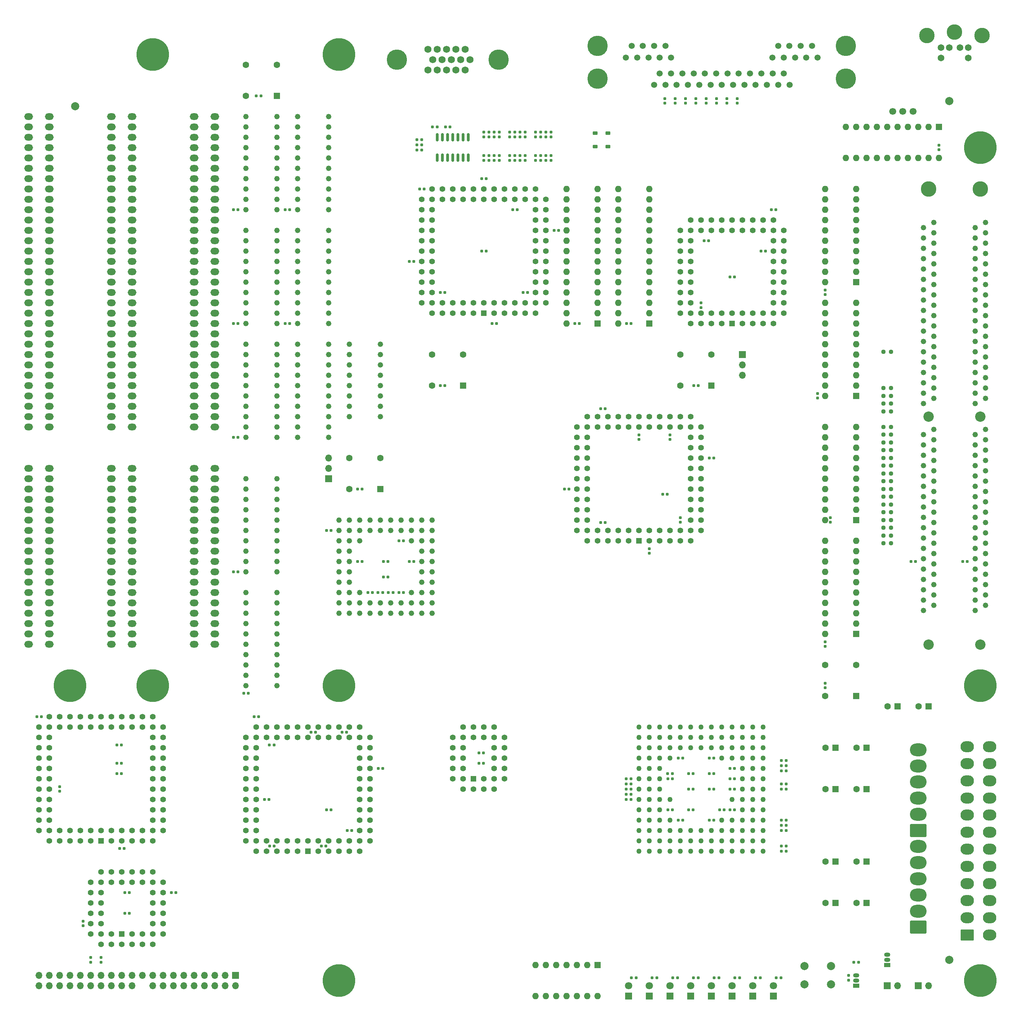
<source format=gbr>
%TF.GenerationSoftware,KiCad,Pcbnew,(7.0.0)*%
%TF.CreationDate,2023-03-30T16:00:28-05:00*%
%TF.ProjectId,Wrap030-ITX,57726170-3033-4302-9d49-54582e6b6963,1*%
%TF.SameCoordinates,Original*%
%TF.FileFunction,Soldermask,Bot*%
%TF.FilePolarity,Negative*%
%FSLAX46Y46*%
G04 Gerber Fmt 4.6, Leading zero omitted, Abs format (unit mm)*
G04 Created by KiCad (PCBNEW (7.0.0)) date 2023-03-30 16:00:28*
%MOMM*%
%LPD*%
G01*
G04 APERTURE LIST*
G04 Aperture macros list*
%AMRoundRect*
0 Rectangle with rounded corners*
0 $1 Rounding radius*
0 $2 $3 $4 $5 $6 $7 $8 $9 X,Y pos of 4 corners*
0 Add a 4 corners polygon primitive as box body*
4,1,4,$2,$3,$4,$5,$6,$7,$8,$9,$2,$3,0*
0 Add four circle primitives for the rounded corners*
1,1,$1+$1,$2,$3*
1,1,$1+$1,$4,$5*
1,1,$1+$1,$6,$7*
1,1,$1+$1,$8,$9*
0 Add four rect primitives between the rounded corners*
20,1,$1+$1,$2,$3,$4,$5,0*
20,1,$1+$1,$4,$5,$6,$7,0*
20,1,$1+$1,$6,$7,$8,$9,0*
20,1,$1+$1,$8,$9,$2,$3,0*%
G04 Aperture macros list end*
%ADD10RoundRect,0.225000X-0.375000X0.225000X-0.375000X-0.225000X0.375000X-0.225000X0.375000X0.225000X0*%
%ADD11RoundRect,0.160000X-0.197500X-0.160000X0.197500X-0.160000X0.197500X0.160000X-0.197500X0.160000X0*%
%ADD12C,1.270000*%
%ADD13RoundRect,0.160000X0.197500X0.160000X-0.197500X0.160000X-0.197500X-0.160000X0.197500X-0.160000X0*%
%ADD14RoundRect,0.160000X-0.160000X0.197500X-0.160000X-0.197500X0.160000X-0.197500X0.160000X0.197500X0*%
%ADD15RoundRect,0.160000X0.160000X-0.197500X0.160000X0.197500X-0.160000X0.197500X-0.160000X-0.197500X0*%
%ADD16RoundRect,0.237500X-0.250000X-0.237500X0.250000X-0.237500X0.250000X0.237500X-0.250000X0.237500X0*%
%ADD17R,1.600000X1.600000*%
%ADD18O,1.600000X1.600000*%
%ADD19C,3.810000*%
%ADD20C,2.540000*%
%ADD21C,1.320800*%
%ADD22C,1.651000*%
%ADD23C,0.900000*%
%ADD24C,8.000000*%
%ADD25R,1.500000X1.050000*%
%ADD26O,1.500000X1.050000*%
%ADD27C,1.600000*%
%ADD28C,1.700000*%
%ADD29R,1.422400X1.422400*%
%ADD30C,1.422400*%
%ADD31O,2.159000X1.651000*%
%ADD32R,1.800000X1.800000*%
%ADD33C,1.800000*%
%ADD34C,2.000000*%
%ADD35RoundRect,0.250000X1.800000X-1.330000X1.800000X1.330000X-1.800000X1.330000X-1.800000X-1.330000X0*%
%ADD36O,4.100000X3.160000*%
%ADD37R,1.700000X1.700000*%
%ADD38O,1.700000X1.700000*%
%ADD39RoundRect,0.250001X1.399999X-1.099999X1.399999X1.099999X-1.399999X1.099999X-1.399999X-1.099999X0*%
%ADD40O,3.300000X2.700000*%
%ADD41C,5.000000*%
%ADD42C,1.750000*%
%ADD43C,1.500000*%
%ADD44RoundRect,0.155000X0.212500X0.155000X-0.212500X0.155000X-0.212500X-0.155000X0.212500X-0.155000X0*%
%ADD45RoundRect,0.155000X-0.212500X-0.155000X0.212500X-0.155000X0.212500X0.155000X-0.212500X0.155000X0*%
%ADD46RoundRect,0.155000X0.155000X-0.212500X0.155000X0.212500X-0.155000X0.212500X-0.155000X-0.212500X0*%
%ADD47RoundRect,0.155000X-0.155000X0.212500X-0.155000X-0.212500X0.155000X-0.212500X0.155000X0.212500X0*%
%ADD48RoundRect,0.150000X-0.150000X0.825000X-0.150000X-0.825000X0.150000X-0.825000X0.150000X0.825000X0*%
G04 APERTURE END LIST*
D10*
%TO.C,D10*%
X172085000Y-51055000D03*
X172085000Y-54355000D03*
%TD*%
%TO.C,D9*%
X175259999Y-51055000D03*
X175259999Y-54355000D03*
%TD*%
D11*
%TO.C,R14*%
X217842500Y-205105000D03*
X219037500Y-205105000D03*
%TD*%
D12*
%TO.C,CPU1*%
X213360000Y-227330000D03*
X210820000Y-227330000D03*
X208280000Y-227330000D03*
X205740000Y-227330000D03*
X203200000Y-227330000D03*
X200660000Y-227330000D03*
X198120000Y-227330000D03*
X195580000Y-227330000D03*
X193040000Y-227330000D03*
X190500000Y-227330000D03*
X187960000Y-227330000D03*
X185420000Y-227330000D03*
X182880000Y-227330000D03*
X213360000Y-224790000D03*
X210820000Y-224790000D03*
X208280000Y-224790000D03*
X205740000Y-224790000D03*
X203200000Y-224790000D03*
X200660000Y-224790000D03*
X198120000Y-224790000D03*
X195580000Y-224790000D03*
X193040000Y-224790000D03*
X190500000Y-224790000D03*
X187960000Y-224790000D03*
X185420000Y-224790000D03*
X182880000Y-224790000D03*
X213360000Y-222250000D03*
X210820000Y-222250000D03*
X208280000Y-222250000D03*
X205740000Y-222250000D03*
X203200000Y-222250000D03*
X200660000Y-222250000D03*
X198120000Y-222250000D03*
X195580000Y-222250000D03*
X193040000Y-222250000D03*
X190500000Y-222250000D03*
X187960000Y-222250000D03*
X185420000Y-222250000D03*
X182880000Y-222250000D03*
X213360000Y-219710000D03*
X210820000Y-219710000D03*
X208280000Y-219710000D03*
X205740000Y-219710000D03*
X203200000Y-219710000D03*
X190500000Y-219710000D03*
X187960000Y-219710000D03*
X185420000Y-219710000D03*
X182880000Y-219710000D03*
X213360000Y-217170000D03*
X210820000Y-217170000D03*
X208280000Y-217170000D03*
X187960000Y-217170000D03*
X185420000Y-217170000D03*
X182880000Y-217170000D03*
X213360000Y-214630000D03*
X210820000Y-214630000D03*
X208280000Y-214630000D03*
X205740000Y-214630000D03*
X190500000Y-214630000D03*
X187960000Y-214630000D03*
X185420000Y-214630000D03*
X182880000Y-214630000D03*
X213360000Y-212090000D03*
X210820000Y-212090000D03*
X208280000Y-212090000D03*
X187960000Y-212090000D03*
X185420000Y-212090000D03*
X182880000Y-212090000D03*
X213360000Y-209550000D03*
X210820000Y-209550000D03*
X208280000Y-209550000D03*
X187960000Y-209550000D03*
X185420000Y-209550000D03*
X182880000Y-209550000D03*
X213360000Y-207010000D03*
X210820000Y-207010000D03*
X208280000Y-207010000D03*
X187960000Y-207010000D03*
X185420000Y-207010000D03*
X182880000Y-207010000D03*
X213360000Y-204470000D03*
X210820000Y-204470000D03*
X208280000Y-204470000D03*
X205740000Y-204470000D03*
X203200000Y-204470000D03*
X190500000Y-204470000D03*
X187960000Y-204470000D03*
X185420000Y-204470000D03*
X182880000Y-204470000D03*
X213360000Y-201930000D03*
X210820000Y-201930000D03*
X208280000Y-201930000D03*
X205740000Y-201930000D03*
X203200000Y-201930000D03*
X200660000Y-201930000D03*
X198120000Y-201930000D03*
X195580000Y-201930000D03*
X193040000Y-201930000D03*
X190500000Y-201930000D03*
X187960000Y-201930000D03*
X185420000Y-201930000D03*
X182880000Y-201930000D03*
X213360000Y-199390000D03*
X210820000Y-199390000D03*
X208280000Y-199390000D03*
X205740000Y-199390000D03*
X203200000Y-199390000D03*
X200660000Y-199390000D03*
X198120000Y-199390000D03*
X195580000Y-199390000D03*
X193040000Y-199390000D03*
X190500000Y-199390000D03*
X187960000Y-199390000D03*
X185420000Y-199390000D03*
X182880000Y-199390000D03*
X213360000Y-196850000D03*
X210820000Y-196850000D03*
X208280000Y-196850000D03*
X205740000Y-196850000D03*
X203200000Y-196850000D03*
X200660000Y-196850000D03*
X198120000Y-196850000D03*
X195580000Y-196850000D03*
X193040000Y-196850000D03*
X190500000Y-196850000D03*
X187960000Y-196850000D03*
X185420000Y-196850000D03*
X182880000Y-196850000D03*
%TD*%
D13*
%TO.C,R79*%
X133312500Y-49530000D03*
X132117500Y-49530000D03*
%TD*%
%TO.C,R78*%
X129502500Y-52705000D03*
X128307500Y-52705000D03*
%TD*%
%TO.C,R77*%
X129502500Y-53975000D03*
X128307500Y-53975000D03*
%TD*%
%TO.C,R76*%
X129502500Y-55245000D03*
X128307500Y-55245000D03*
%TD*%
D14*
%TO.C,R75*%
X161290000Y-50837500D03*
X161290000Y-52032500D03*
%TD*%
%TO.C,R74*%
X160020000Y-50837500D03*
X160020000Y-52032500D03*
%TD*%
%TO.C,R73*%
X158750000Y-50837500D03*
X158750000Y-52032500D03*
%TD*%
%TO.C,R72*%
X157480000Y-50837500D03*
X157480000Y-52032500D03*
%TD*%
D15*
%TO.C,R71*%
X161290000Y-56552500D03*
X161290000Y-57747500D03*
%TD*%
%TO.C,R70*%
X160020000Y-56552500D03*
X160020000Y-57747500D03*
%TD*%
%TO.C,R69*%
X158750000Y-56552500D03*
X158750000Y-57747500D03*
%TD*%
%TO.C,R68*%
X157480000Y-56552500D03*
X157480000Y-57747500D03*
%TD*%
D14*
%TO.C,R67*%
X154940000Y-50837500D03*
X154940000Y-52032500D03*
%TD*%
%TO.C,R66*%
X153670000Y-50837500D03*
X153670000Y-52032500D03*
%TD*%
%TO.C,R65*%
X152400001Y-50837500D03*
X152400001Y-52032500D03*
%TD*%
%TO.C,R64*%
X151130000Y-50837500D03*
X151130000Y-52032500D03*
%TD*%
D15*
%TO.C,R63*%
X154940000Y-56552500D03*
X154940000Y-57747500D03*
%TD*%
%TO.C,R62*%
X153670000Y-56552500D03*
X153670000Y-57747500D03*
%TD*%
%TO.C,R61*%
X152400000Y-56552500D03*
X152400000Y-57747500D03*
%TD*%
%TO.C,R60*%
X151130000Y-56552500D03*
X151130000Y-57747500D03*
%TD*%
D14*
%TO.C,R59*%
X148590001Y-50837500D03*
X148590001Y-52032500D03*
%TD*%
%TO.C,R58*%
X147320000Y-52032500D03*
X147320000Y-50837500D03*
%TD*%
%TO.C,R57*%
X146049999Y-50837500D03*
X146049999Y-52032500D03*
%TD*%
%TO.C,R56*%
X144780000Y-52032500D03*
X144780000Y-50837500D03*
%TD*%
D15*
%TO.C,R55*%
X148590000Y-57747500D03*
X148590000Y-56552500D03*
%TD*%
%TO.C,R54*%
X147320000Y-57747500D03*
X147320000Y-56552500D03*
%TD*%
%TO.C,R53*%
X146050000Y-57747500D03*
X146050000Y-56552500D03*
%TD*%
%TO.C,R52*%
X144780000Y-57747500D03*
X144780000Y-56552500D03*
%TD*%
D16*
%TO.C,R51*%
X242927500Y-113665000D03*
X244752500Y-113665000D03*
%TD*%
%TO.C,R50*%
X242927500Y-115570000D03*
X244752500Y-115570000D03*
%TD*%
%TO.C,R49*%
X242927500Y-117475000D03*
X244752500Y-117475000D03*
%TD*%
%TO.C,R48*%
X242927500Y-119380000D03*
X244752500Y-119380000D03*
%TD*%
%TO.C,R47*%
X242927500Y-104775000D03*
X244752500Y-104775000D03*
%TD*%
%TO.C,R46*%
X242927500Y-123190000D03*
X244752500Y-123190000D03*
%TD*%
%TO.C,R45*%
X242927500Y-125095000D03*
X244752500Y-125095000D03*
%TD*%
%TO.C,R44*%
X242927500Y-127000000D03*
X244752500Y-127000000D03*
%TD*%
%TO.C,R43*%
X242927500Y-128905000D03*
X244752500Y-128905000D03*
%TD*%
%TO.C,R42*%
X244752500Y-130810000D03*
X242927500Y-130810000D03*
%TD*%
%TO.C,R41*%
X242927500Y-132715000D03*
X244752500Y-132715000D03*
%TD*%
%TO.C,R40*%
X242927500Y-134620000D03*
X244752500Y-134620000D03*
%TD*%
%TO.C,R39*%
X242927500Y-136525000D03*
X244752500Y-136525000D03*
%TD*%
%TO.C,R38*%
X242927500Y-138430000D03*
X244752500Y-138430000D03*
%TD*%
%TO.C,R37*%
X242927500Y-140335000D03*
X244752500Y-140335000D03*
%TD*%
%TO.C,R36*%
X242927500Y-142240000D03*
X244752500Y-142240000D03*
%TD*%
%TO.C,R35*%
X242927500Y-144145000D03*
X244752500Y-144145000D03*
%TD*%
%TO.C,R34*%
X242927500Y-146050000D03*
X244752500Y-146050000D03*
%TD*%
%TO.C,R33*%
X244752500Y-147955000D03*
X242927500Y-147955000D03*
%TD*%
%TO.C,R32*%
X244752500Y-149860000D03*
X242927500Y-149860000D03*
%TD*%
%TO.C,R31*%
X244752500Y-151765000D03*
X242927500Y-151765000D03*
%TD*%
D11*
%TO.C,R30*%
X118782500Y-163830000D03*
X119977500Y-163830000D03*
%TD*%
D13*
%TO.C,R29*%
X122517500Y-163830000D03*
X121322500Y-163830000D03*
%TD*%
%TO.C,R28*%
X180937500Y-213360000D03*
X179742500Y-213360000D03*
%TD*%
%TO.C,R27*%
X180937500Y-214630000D03*
X179742500Y-214630000D03*
%TD*%
D11*
%TO.C,R26*%
X217842500Y-207645000D03*
X219037500Y-207645000D03*
%TD*%
%TO.C,R25*%
X217842500Y-210820000D03*
X219037500Y-210820000D03*
%TD*%
%TO.C,R24*%
X217842500Y-212090000D03*
X219037500Y-212090000D03*
%TD*%
%TO.C,R23*%
X217842500Y-219710000D03*
X219037500Y-219710000D03*
%TD*%
%TO.C,R22*%
X217842500Y-220980000D03*
X219037500Y-220980000D03*
%TD*%
%TO.C,R21*%
X219037500Y-222250000D03*
X217842500Y-222250000D03*
%TD*%
%TO.C,R20*%
X217842500Y-226060000D03*
X219037500Y-226060000D03*
%TD*%
%TO.C,R19*%
X217842500Y-227330000D03*
X219037500Y-227330000D03*
%TD*%
D13*
%TO.C,R18*%
X180937500Y-212090000D03*
X179742500Y-212090000D03*
%TD*%
%TO.C,R17*%
X179742500Y-210820000D03*
X180937500Y-210820000D03*
%TD*%
%TO.C,R16*%
X180937500Y-209550000D03*
X179742500Y-209550000D03*
%TD*%
D11*
%TO.C,R15*%
X189902500Y-208280000D03*
X191097500Y-208280000D03*
%TD*%
%TO.C,R13*%
X217842500Y-206375000D03*
X219037500Y-206375000D03*
%TD*%
D13*
%TO.C,R12*%
X217767500Y-258445000D03*
X216572500Y-258445000D03*
%TD*%
%TO.C,R11*%
X212687500Y-258445000D03*
X211492500Y-258445000D03*
%TD*%
%TO.C,R10*%
X207607500Y-258445000D03*
X206412500Y-258445000D03*
%TD*%
%TO.C,R9*%
X202527500Y-258445000D03*
X201332500Y-258445000D03*
%TD*%
%TO.C,R8*%
X197447500Y-258445000D03*
X196252500Y-258445000D03*
%TD*%
%TO.C,R7*%
X192367500Y-258445000D03*
X191172500Y-258445000D03*
%TD*%
%TO.C,R6*%
X187287500Y-258445000D03*
X186092500Y-258445000D03*
%TD*%
%TO.C,R5*%
X182207500Y-258445000D03*
X181012500Y-258445000D03*
%TD*%
D11*
%TO.C,R4*%
X235585000Y-254635000D03*
X236780000Y-254635000D03*
%TD*%
D13*
%TO.C,R3*%
X93307500Y-201295000D03*
X92112500Y-201295000D03*
%TD*%
D14*
%TO.C,R2*%
X48260000Y-253402500D03*
X48260000Y-254597500D03*
%TD*%
%TO.C,R1*%
X50800000Y-253402500D03*
X50800000Y-254597500D03*
%TD*%
D17*
%TO.C,U6*%
X236219999Y-173989999D03*
D18*
X236219999Y-171449999D03*
X236219999Y-168909999D03*
X236219999Y-166369999D03*
X236219999Y-163829999D03*
X236219999Y-161289999D03*
X236219999Y-158749999D03*
X236219999Y-156209999D03*
X236219999Y-153669999D03*
X236219999Y-151129999D03*
X228599999Y-151129999D03*
X228599999Y-153669999D03*
X228599999Y-156209999D03*
X228599999Y-158749999D03*
X228599999Y-161289999D03*
X228599999Y-163829999D03*
X228599999Y-166369999D03*
X228599999Y-168909999D03*
X228599999Y-171449999D03*
X228599999Y-173989999D03*
%TD*%
D19*
%TO.C,U8*%
X254000000Y-64770000D03*
D20*
X254000000Y-120650000D03*
X254000000Y-176657000D03*
D21*
X252730000Y-168275000D03*
X255270000Y-167005000D03*
X252730000Y-165735000D03*
X255270000Y-164465000D03*
X252730000Y-163195000D03*
X255270000Y-161925000D03*
X252730000Y-160655000D03*
X255270000Y-159385000D03*
X252730000Y-158115000D03*
X255270000Y-156845000D03*
X252730000Y-155575000D03*
X255270000Y-154305000D03*
X252730000Y-153035000D03*
X255270000Y-151765000D03*
X252730000Y-150495000D03*
X255270000Y-149225000D03*
X252730000Y-147955000D03*
X255270000Y-146685000D03*
X252730000Y-145415000D03*
X255270000Y-144145000D03*
X252730000Y-142875000D03*
X255270000Y-141605000D03*
X252730000Y-140335000D03*
X255270000Y-139065000D03*
X252730000Y-137795000D03*
X255270000Y-136525000D03*
X252730000Y-135255000D03*
X255270000Y-133985000D03*
X252730000Y-132715000D03*
X255270000Y-131445000D03*
X252730000Y-130175000D03*
X255270000Y-128905000D03*
X252730000Y-127635000D03*
X255270000Y-126365000D03*
X252730000Y-125095000D03*
X255270000Y-123825000D03*
X252730000Y-117475000D03*
X255270000Y-116205000D03*
X252730000Y-114935000D03*
X255270000Y-113665000D03*
X252730000Y-112395000D03*
X255270000Y-111125000D03*
X252730000Y-109855000D03*
X255270000Y-108585000D03*
X252730000Y-107315000D03*
X255270000Y-106045000D03*
X252730000Y-104775000D03*
X255270000Y-103505000D03*
X252730000Y-102235000D03*
X255270000Y-100965000D03*
X252730000Y-99695000D03*
X255270000Y-98425000D03*
X252730000Y-97155000D03*
X255270000Y-95885000D03*
X252730000Y-94615000D03*
X255270000Y-93345000D03*
X252730000Y-92075000D03*
X255270000Y-90805000D03*
X252730000Y-89535000D03*
X255270000Y-88265000D03*
X252730000Y-86995000D03*
X255270000Y-85725000D03*
X252730000Y-84455000D03*
X255270000Y-83185000D03*
X252730000Y-81915000D03*
X255270000Y-80645000D03*
X252730000Y-79375000D03*
X255270000Y-78105000D03*
X252730000Y-76835000D03*
X255270000Y-75565000D03*
X252730000Y-74295000D03*
X255270000Y-73025000D03*
%TD*%
D19*
%TO.C,J13*%
X253593600Y-27101800D03*
X260350000Y-26289000D03*
X267106400Y-27101800D03*
D22*
X259054600Y-30099000D03*
X261645400Y-30099000D03*
X256997200Y-30099000D03*
X263702800Y-30099000D03*
X256997200Y-32588200D03*
X263702800Y-32588200D03*
%TD*%
D21*
%TO.C,U12*%
X93980000Y-69850000D03*
X93980000Y-67310000D03*
X93980000Y-64770000D03*
X93980000Y-62230000D03*
X93980000Y-59690000D03*
X93980000Y-57150000D03*
X93980000Y-54610000D03*
X93980000Y-52070000D03*
X93980000Y-49530000D03*
X93980000Y-46990000D03*
X86360000Y-46990000D03*
X86360000Y-49530000D03*
X86360000Y-52070000D03*
X86360000Y-54610000D03*
X86360000Y-57150000D03*
X86360000Y-59690000D03*
X86360000Y-62230000D03*
X86360000Y-64770000D03*
X86360000Y-67310000D03*
X86360000Y-69850000D03*
%TD*%
D23*
%TO.C,H5*%
X60500000Y-186690000D03*
X61378680Y-184568680D03*
X61378680Y-188811320D03*
X63500000Y-183690000D03*
D24*
X63500000Y-186690000D03*
D23*
X63500000Y-189690000D03*
X65621320Y-184568680D03*
X65621320Y-188811320D03*
X66500000Y-186690000D03*
%TD*%
D25*
%TO.C,Q1*%
X243839999Y-255269999D03*
D26*
X243839999Y-253999999D03*
X243839999Y-252729999D03*
%TD*%
D17*
%TO.C,X2*%
X139699999Y-113029999D03*
D27*
X139700000Y-105410000D03*
X132080000Y-105410000D03*
X132080000Y-113030000D03*
%TD*%
D23*
%TO.C,H4*%
X40180000Y-186690000D03*
X41058680Y-184568680D03*
X41058680Y-188811320D03*
X43180000Y-183690000D03*
D24*
X43180000Y-186690000D03*
D23*
X43180000Y-189690000D03*
X45301320Y-184568680D03*
X45301320Y-188811320D03*
X46180000Y-186690000D03*
%TD*%
D17*
%TO.C,C84*%
X231139999Y-229869999D03*
D27*
X228640000Y-229870000D03*
%TD*%
D17*
%TO.C,VRAM1*%
X172719999Y-97789999D03*
D18*
X172719999Y-95249999D03*
X172719999Y-92709999D03*
X172719999Y-90169999D03*
X172719999Y-87629999D03*
X172719999Y-85089999D03*
X172719999Y-82549999D03*
X172719999Y-80009999D03*
X172719999Y-77469999D03*
X172719999Y-74929999D03*
X172719999Y-72389999D03*
X172719999Y-69849999D03*
X172719999Y-67309999D03*
X172719999Y-64769999D03*
X165099999Y-64769999D03*
X165099999Y-67309999D03*
X165099999Y-69849999D03*
X165099999Y-72389999D03*
X165099999Y-74929999D03*
X165099999Y-77469999D03*
X165099999Y-80009999D03*
X165099999Y-82549999D03*
X165099999Y-85089999D03*
X165099999Y-87629999D03*
X165099999Y-90169999D03*
X165099999Y-92709999D03*
X165099999Y-95249999D03*
X165099999Y-97789999D03*
%TD*%
D17*
%TO.C,C85*%
X238759999Y-229869999D03*
D27*
X236260000Y-229870000D03*
%TD*%
D28*
%TO.C,Y1*%
X245150000Y-45720000D03*
X247650000Y-45720000D03*
X250150000Y-45720000D03*
%TD*%
D29*
%TO.C,VGEN1*%
X144779999Y-95249999D03*
D30*
X144780000Y-92710000D03*
X147320000Y-95250000D03*
X147320000Y-92710000D03*
X149860000Y-95250000D03*
X149860000Y-92710000D03*
X152400000Y-95250000D03*
X152400000Y-92710000D03*
X154940000Y-95250000D03*
X154940000Y-92710000D03*
X157480000Y-95250000D03*
X160020000Y-92710000D03*
X157480000Y-92710000D03*
X160020000Y-90170000D03*
X157480000Y-90170000D03*
X160020000Y-87630000D03*
X157480000Y-87630000D03*
X160020000Y-85090000D03*
X157480000Y-85090000D03*
X160020000Y-82550000D03*
X157480000Y-82550000D03*
X160020000Y-80010000D03*
X157480000Y-80010000D03*
X160020000Y-77470000D03*
X157480000Y-77470000D03*
X160020000Y-74930000D03*
X157480000Y-74930000D03*
X160020000Y-72390000D03*
X157480000Y-72390000D03*
X160020000Y-69850000D03*
X157480000Y-69850000D03*
X160020000Y-67310000D03*
X157480000Y-64770000D03*
X157480000Y-67310000D03*
X154940000Y-64770000D03*
X154940000Y-67310000D03*
X152400000Y-64770000D03*
X152400000Y-67310000D03*
X149860000Y-64770000D03*
X149860000Y-67310000D03*
X147320000Y-64770000D03*
X147320000Y-67310000D03*
X144780000Y-64770000D03*
X144780000Y-67310000D03*
X142240000Y-64770000D03*
X142240000Y-67310000D03*
X139700000Y-64770000D03*
X139700000Y-67310000D03*
X137160000Y-64770000D03*
X137160000Y-67310000D03*
X134620000Y-64770000D03*
X134620000Y-67310000D03*
X132080000Y-64770000D03*
X129540000Y-67310000D03*
X132080000Y-67310000D03*
X129540000Y-69850000D03*
X132080000Y-69850000D03*
X129540000Y-72390000D03*
X132080000Y-72390000D03*
X129540000Y-74930000D03*
X132080000Y-74930000D03*
X129540000Y-77470000D03*
X132080000Y-77470000D03*
X129540000Y-80010000D03*
X132080000Y-80010000D03*
X129540000Y-82550000D03*
X132080000Y-82550000D03*
X129540000Y-85090000D03*
X132080000Y-85090000D03*
X129540000Y-87630000D03*
X132080000Y-87630000D03*
X129540000Y-90170000D03*
X132080000Y-90170000D03*
X129540000Y-92710000D03*
X132080000Y-95250000D03*
X132080000Y-92710000D03*
X134620000Y-95250000D03*
X134620000Y-92710000D03*
X137160000Y-95250000D03*
X137160000Y-92710000D03*
X139700000Y-95250000D03*
X139700000Y-92710000D03*
X142240000Y-95250000D03*
X142240000Y-92710000D03*
%TD*%
D21*
%TO.C,U15*%
X106680000Y-97790000D03*
X106680000Y-95250000D03*
X106680000Y-92710000D03*
X106680000Y-90170000D03*
X106680000Y-87630000D03*
X106680000Y-85090000D03*
X106680000Y-82550000D03*
X106680000Y-80010000D03*
X106680000Y-77470000D03*
X106680000Y-74930000D03*
X99060000Y-74930000D03*
X99060000Y-77470000D03*
X99060000Y-80010000D03*
X99060000Y-82550000D03*
X99060000Y-85090000D03*
X99060000Y-87630000D03*
X99060000Y-90170000D03*
X99060000Y-92710000D03*
X99060000Y-95250000D03*
X99060000Y-97790000D03*
%TD*%
D31*
%TO.C,J6*%
X73659999Y-46989999D03*
X73659999Y-49529999D03*
X73659999Y-52069999D03*
X73659999Y-54609999D03*
X73659999Y-57149999D03*
X73659999Y-59689999D03*
X73659999Y-62229999D03*
X73659999Y-64769999D03*
X73659999Y-67309999D03*
X73659999Y-69849999D03*
X73659999Y-72389999D03*
X73659999Y-74929999D03*
X73659999Y-77469999D03*
X73659999Y-80009999D03*
X73659999Y-82549999D03*
X73659999Y-85089999D03*
X73659999Y-87629999D03*
X73659999Y-90169999D03*
X73659999Y-92709999D03*
X73659999Y-95249999D03*
X73659999Y-97789999D03*
X73659999Y-100329999D03*
X73659999Y-102869999D03*
X73659999Y-105409999D03*
X73659999Y-107949999D03*
X73659999Y-110489999D03*
X73659999Y-113029999D03*
X73659999Y-115569999D03*
X73659999Y-118109999D03*
X73659999Y-120649999D03*
X73659999Y-123189999D03*
X78739999Y-46989999D03*
X78739999Y-49529999D03*
X78739999Y-52069999D03*
X78739999Y-54609999D03*
X78739999Y-57149999D03*
X78739999Y-59689999D03*
X78739999Y-62229999D03*
X78739999Y-64769999D03*
X78739999Y-67309999D03*
X78739999Y-69849999D03*
X78739999Y-72389999D03*
X78739999Y-74929999D03*
X78739999Y-77469999D03*
X78739999Y-80009999D03*
X78739999Y-82549999D03*
X78739999Y-85089999D03*
X78739999Y-87629999D03*
X78739999Y-90169999D03*
X78739999Y-92709999D03*
X78739999Y-95249999D03*
X78739999Y-97789999D03*
X78739999Y-100329999D03*
X78739999Y-102869999D03*
X78739999Y-105409999D03*
X78739999Y-107949999D03*
X78739999Y-110489999D03*
X78739999Y-113029999D03*
X78739999Y-115569999D03*
X78739999Y-118109999D03*
X78739999Y-120649999D03*
X78739999Y-123189999D03*
X73659999Y-133349999D03*
X73659999Y-135889999D03*
X73659999Y-138429999D03*
X73659999Y-140969999D03*
X73659999Y-143509999D03*
X73659999Y-146049999D03*
X73659999Y-148589999D03*
X73659999Y-151129999D03*
X73659999Y-153669999D03*
X73659999Y-156209999D03*
X73659999Y-158749999D03*
X73659999Y-161289999D03*
X73659999Y-163829999D03*
X73659999Y-166369999D03*
X73659999Y-168909999D03*
X73659999Y-171449999D03*
X73659999Y-173989999D03*
X73659999Y-176529999D03*
X78739999Y-133349999D03*
X78739999Y-135889999D03*
X78739999Y-138429999D03*
X78739999Y-140969999D03*
X78739999Y-143509999D03*
X78739999Y-146049999D03*
X78739999Y-148589999D03*
X78739999Y-151129999D03*
X78739999Y-153669999D03*
X78739999Y-156209999D03*
X78739999Y-158749999D03*
X78739999Y-161289999D03*
X78739999Y-163829999D03*
X78739999Y-166369999D03*
X78739999Y-168909999D03*
X78739999Y-171449999D03*
X78739999Y-173989999D03*
X78739999Y-176529999D03*
%TD*%
D17*
%TO.C,C73*%
X231139999Y-201929999D03*
D27*
X228640000Y-201930000D03*
%TD*%
D32*
%TO.C,D5*%
X200659999Y-262889999D03*
D33*
X200660000Y-260350000D03*
%TD*%
D34*
%TO.C,SW1*%
X230020000Y-260060000D03*
X223520000Y-260060000D03*
X230020000Y-255560000D03*
X223520000Y-255560000D03*
%TD*%
D35*
%TO.C,P2*%
X251460000Y-222250000D03*
D36*
X251459999Y-218289999D03*
X251459999Y-214329999D03*
X251459999Y-210369999D03*
X251459999Y-206409999D03*
X251459999Y-202449999D03*
%TD*%
D17*
%TO.C,VRAM2*%
X185419999Y-97789999D03*
D18*
X185419999Y-95249999D03*
X185419999Y-92709999D03*
X185419999Y-90169999D03*
X185419999Y-87629999D03*
X185419999Y-85089999D03*
X185419999Y-82549999D03*
X185419999Y-80009999D03*
X185419999Y-77469999D03*
X185419999Y-74929999D03*
X185419999Y-72389999D03*
X185419999Y-69849999D03*
X185419999Y-67309999D03*
X185419999Y-64769999D03*
X177799999Y-64769999D03*
X177799999Y-67309999D03*
X177799999Y-69849999D03*
X177799999Y-72389999D03*
X177799999Y-74929999D03*
X177799999Y-77469999D03*
X177799999Y-80009999D03*
X177799999Y-82549999D03*
X177799999Y-85089999D03*
X177799999Y-87629999D03*
X177799999Y-90169999D03*
X177799999Y-92709999D03*
X177799999Y-95249999D03*
X177799999Y-97789999D03*
%TD*%
D37*
%TO.C,J10*%
X208279999Y-105409999D03*
D38*
X208279999Y-107949999D03*
X208279999Y-110489999D03*
%TD*%
D23*
%TO.C,H6*%
X106220000Y-186690000D03*
X107098680Y-184568680D03*
X107098680Y-188811320D03*
X109220000Y-183690000D03*
D24*
X109220000Y-186690000D03*
D23*
X109220000Y-189690000D03*
X111341320Y-184568680D03*
X111341320Y-188811320D03*
X112220000Y-186690000D03*
%TD*%
D21*
%TO.C,U16*%
X93980000Y-158750000D03*
X93980000Y-156210000D03*
X93980000Y-153670000D03*
X93980000Y-151130000D03*
X93980000Y-148590000D03*
X93980000Y-146050000D03*
X93980000Y-143510000D03*
X93980000Y-140970000D03*
X93980000Y-138430000D03*
X93980000Y-135890000D03*
X86360000Y-135890000D03*
X86360000Y-138430000D03*
X86360000Y-140970000D03*
X86360000Y-143510000D03*
X86360000Y-146050000D03*
X86360000Y-148590000D03*
X86360000Y-151130000D03*
X86360000Y-153670000D03*
X86360000Y-156210000D03*
X86360000Y-158750000D03*
%TD*%
D17*
%TO.C,C74*%
X238759999Y-201929999D03*
D27*
X236260000Y-201930000D03*
%TD*%
D31*
%TO.C,J5*%
X53339999Y-46989999D03*
X53339999Y-49529999D03*
X53339999Y-52069999D03*
X53339999Y-54609999D03*
X53339999Y-57149999D03*
X53339999Y-59689999D03*
X53339999Y-62229999D03*
X53339999Y-64769999D03*
X53339999Y-67309999D03*
X53339999Y-69849999D03*
X53339999Y-72389999D03*
X53339999Y-74929999D03*
X53339999Y-77469999D03*
X53339999Y-80009999D03*
X53339999Y-82549999D03*
X53339999Y-85089999D03*
X53339999Y-87629999D03*
X53339999Y-90169999D03*
X53339999Y-92709999D03*
X53339999Y-95249999D03*
X53339999Y-97789999D03*
X53339999Y-100329999D03*
X53339999Y-102869999D03*
X53339999Y-105409999D03*
X53339999Y-107949999D03*
X53339999Y-110489999D03*
X53339999Y-113029999D03*
X53339999Y-115569999D03*
X53339999Y-118109999D03*
X53339999Y-120649999D03*
X53339999Y-123189999D03*
X58419999Y-46989999D03*
X58419999Y-49529999D03*
X58419999Y-52069999D03*
X58419999Y-54609999D03*
X58419999Y-57149999D03*
X58419999Y-59689999D03*
X58419999Y-62229999D03*
X58419999Y-64769999D03*
X58419999Y-67309999D03*
X58419999Y-69849999D03*
X58419999Y-72389999D03*
X58419999Y-74929999D03*
X58419999Y-77469999D03*
X58419999Y-80009999D03*
X58419999Y-82549999D03*
X58419999Y-85089999D03*
X58419999Y-87629999D03*
X58419999Y-90169999D03*
X58419999Y-92709999D03*
X58419999Y-95249999D03*
X58419999Y-97789999D03*
X58419999Y-100329999D03*
X58419999Y-102869999D03*
X58419999Y-105409999D03*
X58419999Y-107949999D03*
X58419999Y-110489999D03*
X58419999Y-113029999D03*
X58419999Y-115569999D03*
X58419999Y-118109999D03*
X58419999Y-120649999D03*
X58419999Y-123189999D03*
X53339999Y-133349999D03*
X53339999Y-135889999D03*
X53339999Y-138429999D03*
X53339999Y-140969999D03*
X53339999Y-143509999D03*
X53339999Y-146049999D03*
X53339999Y-148589999D03*
X53339999Y-151129999D03*
X53339999Y-153669999D03*
X53339999Y-156209999D03*
X53339999Y-158749999D03*
X53339999Y-161289999D03*
X53339999Y-163829999D03*
X53339999Y-166369999D03*
X53339999Y-168909999D03*
X53339999Y-171449999D03*
X53339999Y-173989999D03*
X53339999Y-176529999D03*
X58419999Y-133349999D03*
X58419999Y-135889999D03*
X58419999Y-138429999D03*
X58419999Y-140969999D03*
X58419999Y-143509999D03*
X58419999Y-146049999D03*
X58419999Y-148589999D03*
X58419999Y-151129999D03*
X58419999Y-153669999D03*
X58419999Y-156209999D03*
X58419999Y-158749999D03*
X58419999Y-161289999D03*
X58419999Y-163829999D03*
X58419999Y-166369999D03*
X58419999Y-168909999D03*
X58419999Y-171449999D03*
X58419999Y-173989999D03*
X58419999Y-176529999D03*
%TD*%
D29*
%TO.C,U32*%
X50799999Y-224789999D03*
D30*
X50800000Y-222250000D03*
X53340000Y-224790000D03*
X53340000Y-222250000D03*
X55880000Y-224790000D03*
X55880000Y-222250000D03*
X58420000Y-224790000D03*
X58420000Y-222250000D03*
X60960000Y-224790000D03*
X60960000Y-222250000D03*
X63500000Y-224790000D03*
X66040000Y-222250000D03*
X63500000Y-222250000D03*
X66040000Y-219710000D03*
X63500000Y-219710000D03*
X66040000Y-217170000D03*
X63500000Y-217170000D03*
X66040000Y-214630000D03*
X63500000Y-214630000D03*
X66040000Y-212090000D03*
X63500000Y-212090000D03*
X66040000Y-209550000D03*
X63500000Y-209550000D03*
X66040000Y-207010000D03*
X63500000Y-207010000D03*
X66040000Y-204470000D03*
X63500000Y-204470000D03*
X66040000Y-201930000D03*
X63500000Y-201930000D03*
X66040000Y-199390000D03*
X63500000Y-199390000D03*
X66040000Y-196850000D03*
X63500000Y-194310000D03*
X63500000Y-196850000D03*
X60960000Y-194310000D03*
X60960000Y-196850000D03*
X58420000Y-194310000D03*
X58420000Y-196850000D03*
X55880000Y-194310000D03*
X55880000Y-196850000D03*
X53340000Y-194310000D03*
X53340000Y-196850000D03*
X50800000Y-194310000D03*
X50800000Y-196850000D03*
X48260000Y-194310000D03*
X48260000Y-196850000D03*
X45720000Y-194310000D03*
X45720000Y-196850000D03*
X43180000Y-194310000D03*
X43180000Y-196850000D03*
X40640000Y-194310000D03*
X40640000Y-196850000D03*
X38100000Y-194310000D03*
X35560000Y-196850000D03*
X38100000Y-196850000D03*
X35560000Y-199390000D03*
X38100000Y-199390000D03*
X35560000Y-201930000D03*
X38100000Y-201930000D03*
X35560000Y-204470000D03*
X38100000Y-204470000D03*
X35560000Y-207010000D03*
X38100000Y-207010000D03*
X35560000Y-209550000D03*
X38100000Y-209550000D03*
X35560000Y-212090000D03*
X38100000Y-212090000D03*
X35560000Y-214630000D03*
X38100000Y-214630000D03*
X35560000Y-217170000D03*
X38100000Y-217170000D03*
X35560000Y-219710000D03*
X38100000Y-219710000D03*
X35560000Y-222250000D03*
X38100000Y-224790000D03*
X38100000Y-222250000D03*
X40640000Y-224790000D03*
X40640000Y-222250000D03*
X43180000Y-224790000D03*
X43180000Y-222250000D03*
X45720000Y-224790000D03*
X45720000Y-222250000D03*
X48260000Y-224790000D03*
X48260000Y-222250000D03*
%TD*%
D17*
%TO.C,C72*%
X238759999Y-240029999D03*
D27*
X236260000Y-240030000D03*
%TD*%
D17*
%TO.C,C83*%
X253999999Y-191769999D03*
D27*
X251500000Y-191770000D03*
%TD*%
D23*
%TO.C,H8*%
X106220000Y-259080000D03*
X107098680Y-256958680D03*
X107098680Y-261201320D03*
X109220000Y-256080000D03*
D24*
X109220000Y-259080000D03*
D23*
X109220000Y-262080000D03*
X111341320Y-256958680D03*
X111341320Y-261201320D03*
X112220000Y-259080000D03*
%TD*%
D25*
%TO.C,U9*%
X236219999Y-260349999D03*
D26*
X236219999Y-259079999D03*
X236219999Y-257809999D03*
%TD*%
D17*
%TO.C,C71*%
X231139999Y-240029999D03*
D27*
X228640000Y-240030000D03*
%TD*%
D29*
%TO.C,GLUE1*%
X101599999Y-227329999D03*
D30*
X101600000Y-224790000D03*
X104140000Y-227330000D03*
X104140000Y-224790000D03*
X106680000Y-227330000D03*
X106680000Y-224790000D03*
X109220000Y-227330000D03*
X109220000Y-224790000D03*
X111760000Y-227330000D03*
X111760000Y-224790000D03*
X114300000Y-227330000D03*
X116840000Y-224790000D03*
X114300000Y-224790000D03*
X116840000Y-222250000D03*
X114300000Y-222250000D03*
X116840000Y-219710000D03*
X114300000Y-219710000D03*
X116840000Y-217170000D03*
X114300000Y-217170000D03*
X116840000Y-214630000D03*
X114300000Y-214630000D03*
X116840000Y-212090000D03*
X114300000Y-212090000D03*
X116840000Y-209550000D03*
X114300000Y-209550000D03*
X116840000Y-207010000D03*
X114300000Y-207010000D03*
X116840000Y-204470000D03*
X114300000Y-204470000D03*
X116840000Y-201930000D03*
X114300000Y-201930000D03*
X116840000Y-199390000D03*
X114300000Y-196850000D03*
X114300000Y-199390000D03*
X111760000Y-196850000D03*
X111760000Y-199390000D03*
X109220000Y-196850000D03*
X109220000Y-199390000D03*
X106680000Y-196850000D03*
X106680000Y-199390000D03*
X104140000Y-196850000D03*
X104140000Y-199390000D03*
X101600000Y-196850000D03*
X101600000Y-199390000D03*
X99060000Y-196850000D03*
X99060000Y-199390000D03*
X96520000Y-196850000D03*
X96520000Y-199390000D03*
X93980000Y-196850000D03*
X93980000Y-199390000D03*
X91440000Y-196850000D03*
X91440000Y-199390000D03*
X88900000Y-196850000D03*
X86360000Y-199390000D03*
X88900000Y-199390000D03*
X86360000Y-201930000D03*
X88900000Y-201930000D03*
X86360000Y-204470000D03*
X88900000Y-204470000D03*
X86360000Y-207010000D03*
X88900000Y-207010000D03*
X86360000Y-209550000D03*
X88900000Y-209550000D03*
X86360000Y-212090000D03*
X88900000Y-212090000D03*
X86360000Y-214630000D03*
X88900000Y-214630000D03*
X86360000Y-217170000D03*
X88900000Y-217170000D03*
X86360000Y-219710000D03*
X88900000Y-219710000D03*
X86360000Y-222250000D03*
X88900000Y-222250000D03*
X86360000Y-224790000D03*
X88900000Y-227330000D03*
X88900000Y-224790000D03*
X91440000Y-227330000D03*
X91440000Y-224790000D03*
X93980000Y-227330000D03*
X93980000Y-224790000D03*
X96520000Y-227330000D03*
X96520000Y-224790000D03*
X99060000Y-227330000D03*
X99060000Y-224790000D03*
%TD*%
D17*
%TO.C,C75*%
X246379999Y-191769999D03*
D27*
X243880000Y-191770000D03*
%TD*%
D17*
%TO.C,U5*%
X236219999Y-115569999D03*
D18*
X236219999Y-113029999D03*
X236219999Y-110489999D03*
X236219999Y-107949999D03*
X236219999Y-105409999D03*
X236219999Y-102869999D03*
X236219999Y-100329999D03*
X236219999Y-97789999D03*
X236219999Y-95249999D03*
X236219999Y-92709999D03*
X228599999Y-92709999D03*
X228599999Y-95249999D03*
X228599999Y-97789999D03*
X228599999Y-100329999D03*
X228599999Y-102869999D03*
X228599999Y-105409999D03*
X228599999Y-107949999D03*
X228599999Y-110489999D03*
X228599999Y-113029999D03*
X228599999Y-115569999D03*
%TD*%
D37*
%TO.C,IDE0*%
X83819999Y-257809999D03*
D38*
X83819999Y-260349999D03*
X81279999Y-257809999D03*
X81279999Y-260349999D03*
X78739999Y-257809999D03*
X78739999Y-260349999D03*
X76199999Y-257809999D03*
X76199999Y-260349999D03*
X73659999Y-257809999D03*
X73659999Y-260349999D03*
X71119999Y-257809999D03*
X71119999Y-260349999D03*
X68579999Y-257809999D03*
X68579999Y-260349999D03*
X66039999Y-257809999D03*
X66039999Y-260349999D03*
X63499999Y-257809999D03*
X63499999Y-260349999D03*
X60959999Y-257809999D03*
X58419999Y-257809999D03*
X58419999Y-260349999D03*
X55879999Y-257809999D03*
X55879999Y-260349999D03*
X53339999Y-257809999D03*
X53339999Y-260349999D03*
X50799999Y-257809999D03*
X50799999Y-260349999D03*
X48259999Y-257809999D03*
X48259999Y-260349999D03*
X45719999Y-257809999D03*
X45719999Y-260349999D03*
X43179999Y-257809999D03*
X43179999Y-260349999D03*
X40639999Y-257809999D03*
X40639999Y-260349999D03*
X38099999Y-257809999D03*
X38099999Y-260349999D03*
X35559999Y-257809999D03*
X35559999Y-260349999D03*
%TD*%
D17*
%TO.C,U7*%
X236219999Y-87629999D03*
D18*
X236219999Y-85089999D03*
X236219999Y-82549999D03*
X236219999Y-80009999D03*
X236219999Y-77469999D03*
X236219999Y-74929999D03*
X236219999Y-72389999D03*
X236219999Y-69849999D03*
X236219999Y-67309999D03*
X236219999Y-64769999D03*
X228599999Y-64769999D03*
X228599999Y-67309999D03*
X228599999Y-69849999D03*
X228599999Y-72389999D03*
X228599999Y-74929999D03*
X228599999Y-77469999D03*
X228599999Y-80009999D03*
X228599999Y-82549999D03*
X228599999Y-85089999D03*
X228599999Y-87629999D03*
%TD*%
D23*
%TO.C,H3*%
X263700000Y-54610000D03*
X264578680Y-52488680D03*
X264578680Y-56731320D03*
X266700000Y-51610000D03*
D24*
X266700000Y-54610000D03*
D23*
X266700000Y-57610000D03*
X268821320Y-52488680D03*
X268821320Y-56731320D03*
X269700000Y-54610000D03*
%TD*%
D29*
%TO.C,U17*%
X55879999Y-247649999D03*
D30*
X58420000Y-250190000D03*
X58420000Y-247650000D03*
X60960000Y-250190000D03*
X60960000Y-247650000D03*
X63500000Y-250190000D03*
X66040000Y-247650000D03*
X63500000Y-247650000D03*
X66040000Y-245110000D03*
X63500000Y-245110000D03*
X66040000Y-242570000D03*
X63500000Y-242570000D03*
X66040000Y-240030000D03*
X63500000Y-240030000D03*
X66040000Y-237490000D03*
X63500000Y-237490000D03*
X66040000Y-234950000D03*
X63500000Y-232410000D03*
X63500000Y-234950000D03*
X60960000Y-232410000D03*
X60960000Y-234950000D03*
X58420000Y-232410000D03*
X58420000Y-234950000D03*
X55880000Y-232410000D03*
X55880000Y-234950000D03*
X53340000Y-232410000D03*
X53340000Y-234950000D03*
X50800000Y-232410000D03*
X48260000Y-234950000D03*
X50800000Y-234950000D03*
X48260000Y-237490000D03*
X50800000Y-237490000D03*
X48260000Y-240030000D03*
X50800000Y-240030000D03*
X48260000Y-242570000D03*
X50800000Y-242570000D03*
X48260000Y-245110000D03*
X50800000Y-245110000D03*
X48260000Y-247650000D03*
X50800000Y-250190000D03*
X50800000Y-247650000D03*
X53340000Y-250190000D03*
X53340000Y-247650000D03*
X55880000Y-250190000D03*
%TD*%
D32*
%TO.C,D6*%
X205739999Y-262889999D03*
D33*
X205740000Y-260350000D03*
%TD*%
D23*
%TO.C,H2*%
X106220000Y-31750000D03*
X107098680Y-29628680D03*
X107098680Y-33871320D03*
X109220000Y-28750000D03*
D24*
X109220000Y-31750000D03*
D23*
X109220000Y-34750000D03*
X111341320Y-29628680D03*
X111341320Y-33871320D03*
X112220000Y-31750000D03*
%TD*%
D21*
%TO.C,U10*%
X93980000Y-186690000D03*
X93980000Y-184150000D03*
X93980000Y-181610000D03*
X93980000Y-179070000D03*
X93980000Y-176530000D03*
X93980000Y-173990000D03*
X93980000Y-171450000D03*
X93980000Y-168910000D03*
X93980000Y-166370000D03*
X93980000Y-163830000D03*
X86360000Y-163830000D03*
X86360000Y-166370000D03*
X86360000Y-168910000D03*
X86360000Y-171450000D03*
X86360000Y-173990000D03*
X86360000Y-176530000D03*
X86360000Y-179070000D03*
X86360000Y-181610000D03*
X86360000Y-184150000D03*
X86360000Y-186690000D03*
%TD*%
D29*
%TO.C,RAMC1*%
X182879999Y-151129999D03*
D30*
X182880000Y-148590000D03*
X185420000Y-151130000D03*
X185420000Y-148590000D03*
X187960000Y-151130000D03*
X187960000Y-148590000D03*
X190500000Y-151130000D03*
X190500000Y-148590000D03*
X193040000Y-151130000D03*
X193040000Y-148590000D03*
X195580000Y-151130000D03*
X198120000Y-148590000D03*
X195580000Y-148590000D03*
X198120000Y-146050000D03*
X195580000Y-146050000D03*
X198120000Y-143510000D03*
X195580000Y-143510000D03*
X198120000Y-140970000D03*
X195580000Y-140970000D03*
X198120000Y-138430000D03*
X195580000Y-138430000D03*
X198120000Y-135890000D03*
X195580000Y-135890000D03*
X198120000Y-133350000D03*
X195580000Y-133350000D03*
X198120000Y-130810000D03*
X195580000Y-130810000D03*
X198120000Y-128270000D03*
X195580000Y-128270000D03*
X198120000Y-125730000D03*
X195580000Y-125730000D03*
X198120000Y-123190000D03*
X195580000Y-120650000D03*
X195580000Y-123190000D03*
X193040000Y-120650000D03*
X193040000Y-123190000D03*
X190500000Y-120650000D03*
X190500000Y-123190000D03*
X187960000Y-120650000D03*
X187960000Y-123190000D03*
X185420000Y-120650000D03*
X185420000Y-123190000D03*
X182880000Y-120650000D03*
X182880000Y-123190000D03*
X180340000Y-120650000D03*
X180340000Y-123190000D03*
X177800000Y-120650000D03*
X177800000Y-123190000D03*
X175260000Y-120650000D03*
X175260000Y-123190000D03*
X172720000Y-120650000D03*
X172720000Y-123190000D03*
X170180000Y-120650000D03*
X167640000Y-123190000D03*
X170180000Y-123190000D03*
X167640000Y-125730000D03*
X170180000Y-125730000D03*
X167640000Y-128270000D03*
X170180000Y-128270000D03*
X167640000Y-130810000D03*
X170180000Y-130810000D03*
X167640000Y-133350000D03*
X170180000Y-133350000D03*
X167640000Y-135890000D03*
X170180000Y-135890000D03*
X167640000Y-138430000D03*
X170180000Y-138430000D03*
X167640000Y-140970000D03*
X170180000Y-140970000D03*
X167640000Y-143510000D03*
X170180000Y-143510000D03*
X167640000Y-146050000D03*
X170180000Y-146050000D03*
X167640000Y-148590000D03*
X170180000Y-151130000D03*
X170180000Y-148590000D03*
X172720000Y-151130000D03*
X172720000Y-148590000D03*
X175260000Y-151130000D03*
X175260000Y-148590000D03*
X177800000Y-151130000D03*
X177800000Y-148590000D03*
X180340000Y-151130000D03*
X180340000Y-148590000D03*
%TD*%
D23*
%TO.C,H9*%
X263700000Y-259080000D03*
X264578680Y-256958680D03*
X264578680Y-261201320D03*
X266700000Y-256080000D03*
D24*
X266700000Y-259080000D03*
D23*
X266700000Y-262080000D03*
X268821320Y-256958680D03*
X268821320Y-261201320D03*
X269700000Y-259080000D03*
%TD*%
D17*
%TO.C,X1*%
X236219999Y-189229999D03*
D27*
X236220000Y-181610000D03*
X228600000Y-181610000D03*
X228600000Y-189230000D03*
%TD*%
D37*
%TO.C,J7*%
X251459999Y-260349999D03*
D38*
X253999999Y-260349999D03*
%TD*%
D17*
%TO.C,X3*%
X119379999Y-138429999D03*
D27*
X119380000Y-130810000D03*
X111760000Y-130810000D03*
X111760000Y-138430000D03*
%TD*%
D17*
%TO.C,X4*%
X200659999Y-113029999D03*
D27*
X200660000Y-105410000D03*
X193040000Y-105410000D03*
X193040000Y-113030000D03*
%TD*%
D32*
%TO.C,D7*%
X210819999Y-262889999D03*
D33*
X210820000Y-260350000D03*
%TD*%
D29*
%TO.C,U20*%
X205739999Y-97789999D03*
D30*
X205740000Y-95250000D03*
X208280000Y-97790000D03*
X208280000Y-95250000D03*
X210820000Y-97790000D03*
X210820000Y-95250000D03*
X213360000Y-97790000D03*
X213360000Y-95250000D03*
X215900000Y-97790000D03*
X218440000Y-95250000D03*
X215900000Y-95250000D03*
X218440000Y-92710000D03*
X215900000Y-92710000D03*
X218440000Y-90170000D03*
X215900000Y-90170000D03*
X218440000Y-87630000D03*
X215900000Y-87630000D03*
X218440000Y-85090000D03*
X215900000Y-85090000D03*
X218440000Y-82550000D03*
X215900000Y-82550000D03*
X218440000Y-80010000D03*
X215900000Y-80010000D03*
X218440000Y-77470000D03*
X215900000Y-77470000D03*
X218440000Y-74930000D03*
X215900000Y-72390000D03*
X215900000Y-74930000D03*
X213360000Y-72390000D03*
X213360000Y-74930000D03*
X210820000Y-72390000D03*
X210820000Y-74930000D03*
X208280000Y-72390000D03*
X208280000Y-74930000D03*
X205740000Y-72390000D03*
X205740000Y-74930000D03*
X203200000Y-72390000D03*
X203200000Y-74930000D03*
X200660000Y-72390000D03*
X200660000Y-74930000D03*
X198120000Y-72390000D03*
X198120000Y-74930000D03*
X195580000Y-72390000D03*
X193040000Y-74930000D03*
X195580000Y-74930000D03*
X193040000Y-77470000D03*
X195580000Y-77470000D03*
X193040000Y-80010000D03*
X195580000Y-80010000D03*
X193040000Y-82550000D03*
X195580000Y-82550000D03*
X193040000Y-85090000D03*
X195580000Y-85090000D03*
X193040000Y-87630000D03*
X195580000Y-87630000D03*
X193040000Y-90170000D03*
X195580000Y-90170000D03*
X193040000Y-92710000D03*
X195580000Y-92710000D03*
X193040000Y-95250000D03*
X195580000Y-97790000D03*
X195580000Y-95250000D03*
X198120000Y-97790000D03*
X198120000Y-95250000D03*
X200660000Y-97790000D03*
X200660000Y-95250000D03*
X203200000Y-97790000D03*
X203200000Y-95250000D03*
%TD*%
D17*
%TO.C,U4*%
X236219999Y-146049999D03*
D18*
X236219999Y-143509999D03*
X236219999Y-140969999D03*
X236219999Y-138429999D03*
X236219999Y-135889999D03*
X236219999Y-133349999D03*
X236219999Y-130809999D03*
X236219999Y-128269999D03*
X236219999Y-125729999D03*
X236219999Y-123189999D03*
X228599999Y-123189999D03*
X228599999Y-125729999D03*
X228599999Y-128269999D03*
X228599999Y-130809999D03*
X228599999Y-133349999D03*
X228599999Y-135889999D03*
X228599999Y-138429999D03*
X228599999Y-140969999D03*
X228599999Y-143509999D03*
X228599999Y-146049999D03*
%TD*%
D19*
%TO.C,U2*%
X266700000Y-64770000D03*
D20*
X266700000Y-120650000D03*
X266700000Y-176657000D03*
D21*
X265430000Y-168275000D03*
X267970000Y-167005000D03*
X265430000Y-165735000D03*
X267970000Y-164465000D03*
X265430000Y-163195000D03*
X267970000Y-161925000D03*
X265430000Y-160655000D03*
X267970000Y-159385000D03*
X265430000Y-158115000D03*
X267970000Y-156845000D03*
X265430000Y-155575000D03*
X267970000Y-154305000D03*
X265430000Y-153035000D03*
X267970000Y-151765000D03*
X265430000Y-150495000D03*
X267970000Y-149225000D03*
X265430000Y-147955000D03*
X267970000Y-146685000D03*
X265430000Y-145415000D03*
X267970000Y-144145000D03*
X265430000Y-142875000D03*
X267970000Y-141605000D03*
X265430000Y-140335000D03*
X267970000Y-139065000D03*
X265430000Y-137795000D03*
X267970000Y-136525000D03*
X265430000Y-135255000D03*
X267970000Y-133985000D03*
X265430000Y-132715000D03*
X267970000Y-131445000D03*
X265430000Y-130175000D03*
X267970000Y-128905000D03*
X265430000Y-127635000D03*
X267970000Y-126365000D03*
X265430000Y-125095000D03*
X267970000Y-123825000D03*
X265430000Y-117475000D03*
X267970000Y-116205000D03*
X265430000Y-114935000D03*
X267970000Y-113665000D03*
X265430000Y-112395000D03*
X267970000Y-111125000D03*
X265430000Y-109855000D03*
X267970000Y-108585000D03*
X265430000Y-107315000D03*
X267970000Y-106045000D03*
X265430000Y-104775000D03*
X267970000Y-103505000D03*
X265430000Y-102235000D03*
X267970000Y-100965000D03*
X265430000Y-99695000D03*
X267970000Y-98425000D03*
X265430000Y-97155000D03*
X267970000Y-95885000D03*
X265430000Y-94615000D03*
X267970000Y-93345000D03*
X265430000Y-92075000D03*
X267970000Y-90805000D03*
X265430000Y-89535000D03*
X267970000Y-88265000D03*
X265430000Y-86995000D03*
X267970000Y-85725000D03*
X265430000Y-84455000D03*
X267970000Y-83185000D03*
X265430000Y-81915000D03*
X267970000Y-80645000D03*
X265430000Y-79375000D03*
X267970000Y-78105000D03*
X265430000Y-76835000D03*
X267970000Y-75565000D03*
X265430000Y-74295000D03*
X267970000Y-73025000D03*
%TD*%
D39*
%TO.C,J8*%
X263450000Y-247890000D03*
D40*
X263449999Y-243689999D03*
X263449999Y-239489999D03*
X263449999Y-235289999D03*
X263449999Y-231089999D03*
X263449999Y-226889999D03*
X263449999Y-222689999D03*
X263449999Y-218489999D03*
X263449999Y-214289999D03*
X263449999Y-210089999D03*
X263449999Y-205889999D03*
X263449999Y-201689999D03*
X268949999Y-247889999D03*
X268949999Y-243689999D03*
X268949999Y-239489999D03*
X268949999Y-235289999D03*
X268949999Y-231089999D03*
X268949999Y-226889999D03*
X268949999Y-222689999D03*
X268949999Y-218489999D03*
X268949999Y-214289999D03*
X268949999Y-210089999D03*
X268949999Y-205889999D03*
X268949999Y-201689999D03*
%TD*%
D37*
%TO.C,J9*%
X243839999Y-260349999D03*
D38*
X246379999Y-260349999D03*
%TD*%
D41*
%TO.C,J3*%
X123395000Y-33020000D03*
X148385000Y-33020000D03*
D42*
X131060000Y-35560000D03*
X133350000Y-35560000D03*
X135640000Y-35560000D03*
X137930000Y-35560000D03*
X140220000Y-35560000D03*
X132205000Y-33020000D03*
X134495000Y-33020000D03*
X136785000Y-33020000D03*
X139075000Y-33020000D03*
X141365000Y-33020000D03*
X131060000Y-30480000D03*
X133350000Y-30480000D03*
X135640000Y-30480000D03*
X137930000Y-30480000D03*
X140220000Y-30480000D03*
%TD*%
D37*
%TO.C,J2*%
X106679999Y-135889999D03*
D38*
X106679999Y-133349999D03*
X106679999Y-130809999D03*
%TD*%
D21*
%TO.C,U14*%
X93980000Y-97790000D03*
X93980000Y-95250000D03*
X93980000Y-92710000D03*
X93980000Y-90170000D03*
X93980000Y-87630000D03*
X93980000Y-85090000D03*
X93980000Y-82550000D03*
X93980000Y-80010000D03*
X93980000Y-77470000D03*
X93980000Y-74930000D03*
X86360000Y-74930000D03*
X86360000Y-77470000D03*
X86360000Y-80010000D03*
X86360000Y-82550000D03*
X86360000Y-85090000D03*
X86360000Y-87630000D03*
X86360000Y-90170000D03*
X86360000Y-92710000D03*
X86360000Y-95250000D03*
X86360000Y-97790000D03*
%TD*%
%TO.C,U18*%
X106680000Y-125730000D03*
X106680000Y-123190000D03*
X106680000Y-120650000D03*
X106680000Y-118110000D03*
X106680000Y-115570000D03*
X106680000Y-113030000D03*
X106680000Y-110490000D03*
X106680000Y-107950000D03*
X106680000Y-105410000D03*
X106680000Y-102870000D03*
X99060000Y-102870000D03*
X99060000Y-105410000D03*
X99060000Y-107950000D03*
X99060000Y-110490000D03*
X99060000Y-113030000D03*
X99060000Y-115570000D03*
X99060000Y-118110000D03*
X99060000Y-120650000D03*
X99060000Y-123190000D03*
X99060000Y-125730000D03*
%TD*%
D32*
%TO.C,D3*%
X190499999Y-262889999D03*
D33*
X190500000Y-260350000D03*
%TD*%
D21*
%TO.C,U11*%
X106680000Y-69850000D03*
X106680000Y-67310000D03*
X106680000Y-64770000D03*
X106680000Y-62230000D03*
X106680000Y-59690000D03*
X106680000Y-57150000D03*
X106680000Y-54610000D03*
X106680000Y-52070000D03*
X106680000Y-49530000D03*
X106680000Y-46990000D03*
X99060000Y-46990000D03*
X99060000Y-49530000D03*
X99060000Y-52070000D03*
X99060000Y-54610000D03*
X99060000Y-57150000D03*
X99060000Y-59690000D03*
X99060000Y-62230000D03*
X99060000Y-64770000D03*
X99060000Y-67310000D03*
X99060000Y-69850000D03*
%TD*%
D17*
%TO.C,C87*%
X238759999Y-212089999D03*
D27*
X236260000Y-212090000D03*
%TD*%
D21*
%TO.C,U19*%
X119380000Y-120650000D03*
X119380000Y-118110000D03*
X119380000Y-115570000D03*
X119380000Y-113030000D03*
X119380000Y-110490000D03*
X119380000Y-107950000D03*
X119380000Y-105410000D03*
X119380000Y-102870000D03*
X111760000Y-102870000D03*
X111760000Y-105410000D03*
X111760000Y-107950000D03*
X111760000Y-110490000D03*
X111760000Y-113030000D03*
X111760000Y-115570000D03*
X111760000Y-118110000D03*
X111760000Y-120650000D03*
%TD*%
D17*
%TO.C,C86*%
X231139999Y-212089999D03*
D27*
X228640000Y-212090000D03*
%TD*%
D17*
%TO.C,U3*%
X172719999Y-255269999D03*
D18*
X170179999Y-255269999D03*
X167639999Y-255269999D03*
X165099999Y-255269999D03*
X162559999Y-255269999D03*
X160019999Y-255269999D03*
X157479999Y-255269999D03*
X157479999Y-262889999D03*
X160019999Y-262889999D03*
X162559999Y-262889999D03*
X165099999Y-262889999D03*
X167639999Y-262889999D03*
X170179999Y-262889999D03*
X172719999Y-262889999D03*
%TD*%
D32*
%TO.C,D2*%
X185419999Y-262889999D03*
D33*
X185420000Y-260350000D03*
%TD*%
D21*
%TO.C,U1*%
X109220000Y-146050000D03*
X111760000Y-146050000D03*
X114300000Y-146050000D03*
X116840000Y-146050000D03*
X119380000Y-146050000D03*
X121920000Y-146050000D03*
X124460000Y-146050000D03*
X127000000Y-146050000D03*
X129540000Y-146050000D03*
X132080000Y-146050000D03*
X109220000Y-148590000D03*
X111760000Y-148590000D03*
X114300000Y-148590000D03*
X116840000Y-148590000D03*
X119380000Y-148590000D03*
X121920000Y-148590000D03*
X124460000Y-148590000D03*
X127000000Y-148590000D03*
X129540000Y-148590000D03*
X132080000Y-148590000D03*
X109220000Y-151130000D03*
X111760000Y-151130000D03*
X114300000Y-151130000D03*
X127000000Y-151130000D03*
X129540000Y-151130000D03*
X132080000Y-151130000D03*
X109220000Y-153670000D03*
X111760000Y-153670000D03*
X129540000Y-153670000D03*
X132080000Y-153670000D03*
X109220000Y-156210000D03*
X111760000Y-156210000D03*
X129540000Y-156210000D03*
X132080000Y-156210000D03*
X109220000Y-158750000D03*
X111760000Y-158750000D03*
X129540000Y-158750000D03*
X132080000Y-158750000D03*
X109220000Y-161290000D03*
X111760000Y-161290000D03*
X129540000Y-161290000D03*
X132080000Y-161290000D03*
X109220000Y-163830000D03*
X111760000Y-163830000D03*
X114300000Y-163830000D03*
X127000000Y-163830000D03*
X129540000Y-163830000D03*
X132080000Y-163830000D03*
X109220000Y-166370000D03*
X111760000Y-166370000D03*
X114300000Y-166370000D03*
X116840000Y-166370000D03*
X119380000Y-166370000D03*
X121920000Y-166370000D03*
X124460000Y-166370000D03*
X127000000Y-166370000D03*
X129540000Y-166370000D03*
X132080000Y-166370000D03*
X109220000Y-168910000D03*
X111760000Y-168910000D03*
X114300000Y-168910000D03*
X116840000Y-168910000D03*
X119380000Y-168910000D03*
X121920000Y-168910000D03*
X124460000Y-168910000D03*
X127000000Y-168910000D03*
X129540000Y-168910000D03*
X132080000Y-168910000D03*
%TD*%
D41*
%TO.C,J14*%
X172710000Y-29670000D03*
X172710000Y-37670000D03*
X233690000Y-29670000D03*
X233690000Y-37670000D03*
D43*
X226730000Y-32510000D03*
X223960000Y-32510000D03*
X221190000Y-32510000D03*
X218420000Y-32510000D03*
X215650000Y-32510000D03*
X225350000Y-29670000D03*
X222580000Y-29670000D03*
X219810000Y-29670000D03*
X217040000Y-29670000D03*
X190750000Y-32510000D03*
X187980000Y-32510000D03*
X185210000Y-32510000D03*
X182440000Y-32510000D03*
X179670000Y-32510000D03*
X189370000Y-29670000D03*
X186600000Y-29670000D03*
X183830000Y-29670000D03*
X181060000Y-29670000D03*
X186580000Y-39270000D03*
X189350000Y-39270000D03*
X192120000Y-39270000D03*
X194890000Y-39270000D03*
X197660000Y-39270000D03*
X200430000Y-39270000D03*
X203200000Y-39270000D03*
X205970000Y-39270000D03*
X208740000Y-39270000D03*
X211510000Y-39270000D03*
X214280000Y-39270000D03*
X217050000Y-39270000D03*
X219820000Y-39270000D03*
X187970000Y-36430000D03*
X190740000Y-36430000D03*
X193510000Y-36430000D03*
X196280000Y-36430000D03*
X199050000Y-36430000D03*
X201820000Y-36430000D03*
X204590000Y-36430000D03*
X207360000Y-36430000D03*
X210130000Y-36430000D03*
X212900000Y-36430000D03*
X215670000Y-36430000D03*
X218440000Y-36430000D03*
%TD*%
D17*
%TO.C,X5*%
X93979999Y-41909999D03*
D27*
X93980000Y-34290000D03*
X86360000Y-34290000D03*
X86360000Y-41910000D03*
%TD*%
D32*
%TO.C,D4*%
X195579999Y-262889999D03*
D33*
X195580000Y-260350000D03*
%TD*%
D32*
%TO.C,D1*%
X180339999Y-262889999D03*
D33*
X180340000Y-260350000D03*
%TD*%
D32*
%TO.C,D8*%
X215899999Y-262889999D03*
D33*
X215900000Y-260350000D03*
%TD*%
D35*
%TO.C,P1*%
X251460000Y-246010000D03*
D36*
X251459999Y-242049999D03*
X251459999Y-238089999D03*
X251459999Y-234129999D03*
X251459999Y-230169999D03*
X251459999Y-226209999D03*
%TD*%
D21*
%TO.C,U13*%
X93980000Y-125730000D03*
X93980000Y-123190000D03*
X93980000Y-120650000D03*
X93980000Y-118110000D03*
X93980000Y-115570000D03*
X93980000Y-113030000D03*
X93980000Y-110490000D03*
X93980000Y-107950000D03*
X93980000Y-105410000D03*
X93980000Y-102870000D03*
X86360000Y-102870000D03*
X86360000Y-105410000D03*
X86360000Y-107950000D03*
X86360000Y-110490000D03*
X86360000Y-113030000D03*
X86360000Y-115570000D03*
X86360000Y-118110000D03*
X86360000Y-120650000D03*
X86360000Y-123190000D03*
X86360000Y-125730000D03*
%TD*%
D23*
%TO.C,H1*%
X60500000Y-31750000D03*
X61378680Y-29628680D03*
X61378680Y-33871320D03*
X63500000Y-28750000D03*
D24*
X63500000Y-31750000D03*
D23*
X63500000Y-34750000D03*
X65621320Y-29628680D03*
X65621320Y-33871320D03*
X66500000Y-31750000D03*
%TD*%
D31*
%TO.C,J4*%
X33019999Y-46989999D03*
X33019999Y-49529999D03*
X33019999Y-52069999D03*
X33019999Y-54609999D03*
X33019999Y-57149999D03*
X33019999Y-59689999D03*
X33019999Y-62229999D03*
X33019999Y-64769999D03*
X33019999Y-67309999D03*
X33019999Y-69849999D03*
X33019999Y-72389999D03*
X33019999Y-74929999D03*
X33019999Y-77469999D03*
X33019999Y-80009999D03*
X33019999Y-82549999D03*
X33019999Y-85089999D03*
X33019999Y-87629999D03*
X33019999Y-90169999D03*
X33019999Y-92709999D03*
X33019999Y-95249999D03*
X33019999Y-97789999D03*
X33019999Y-100329999D03*
X33019999Y-102869999D03*
X33019999Y-105409999D03*
X33019999Y-107949999D03*
X33019999Y-110489999D03*
X33019999Y-113029999D03*
X33019999Y-115569999D03*
X33019999Y-118109999D03*
X33019999Y-120649999D03*
X33019999Y-123189999D03*
X38099999Y-46989999D03*
X38099999Y-49529999D03*
X38099999Y-52069999D03*
X38099999Y-54609999D03*
X38099999Y-57149999D03*
X38099999Y-59689999D03*
X38099999Y-62229999D03*
X38099999Y-64769999D03*
X38099999Y-67309999D03*
X38099999Y-69849999D03*
X38099999Y-72389999D03*
X38099999Y-74929999D03*
X38099999Y-77469999D03*
X38099999Y-80009999D03*
X38099999Y-82549999D03*
X38099999Y-85089999D03*
X38099999Y-87629999D03*
X38099999Y-90169999D03*
X38099999Y-92709999D03*
X38099999Y-95249999D03*
X38099999Y-97789999D03*
X38099999Y-100329999D03*
X38099999Y-102869999D03*
X38099999Y-105409999D03*
X38099999Y-107949999D03*
X38099999Y-110489999D03*
X38099999Y-113029999D03*
X38099999Y-115569999D03*
X38099999Y-118109999D03*
X38099999Y-120649999D03*
X38099999Y-123189999D03*
X33019999Y-133349999D03*
X33019999Y-135889999D03*
X33019999Y-138429999D03*
X33019999Y-140969999D03*
X33019999Y-143509999D03*
X33019999Y-146049999D03*
X33019999Y-148589999D03*
X33019999Y-151129999D03*
X33019999Y-153669999D03*
X33019999Y-156209999D03*
X33019999Y-158749999D03*
X33019999Y-161289999D03*
X33019999Y-163829999D03*
X33019999Y-166369999D03*
X33019999Y-168909999D03*
X33019999Y-171449999D03*
X33019999Y-173989999D03*
X33019999Y-176529999D03*
X38099999Y-133349999D03*
X38099999Y-135889999D03*
X38099999Y-138429999D03*
X38099999Y-140969999D03*
X38099999Y-143509999D03*
X38099999Y-146049999D03*
X38099999Y-148589999D03*
X38099999Y-151129999D03*
X38099999Y-153669999D03*
X38099999Y-156209999D03*
X38099999Y-158749999D03*
X38099999Y-161289999D03*
X38099999Y-163829999D03*
X38099999Y-166369999D03*
X38099999Y-168909999D03*
X38099999Y-171449999D03*
X38099999Y-173989999D03*
X38099999Y-176529999D03*
%TD*%
D23*
%TO.C,H7*%
X263700000Y-186690000D03*
X264578680Y-184568680D03*
X264578680Y-188811320D03*
X266700000Y-183690000D03*
D24*
X266700000Y-186690000D03*
D23*
X266700000Y-189690000D03*
X268821320Y-184568680D03*
X268821320Y-188811320D03*
X269700000Y-186690000D03*
%TD*%
D17*
%TO.C,U24*%
X256539999Y-49529999D03*
D18*
X253999999Y-49529999D03*
X251459999Y-49529999D03*
X248919999Y-49529999D03*
X246379999Y-49529999D03*
X243839999Y-49529999D03*
X241299999Y-49529999D03*
X238759999Y-49529999D03*
X236219999Y-49529999D03*
X233679999Y-49529999D03*
X233679999Y-57149999D03*
X236219999Y-57149999D03*
X238759999Y-57149999D03*
X241299999Y-57149999D03*
X243839999Y-57149999D03*
X246379999Y-57149999D03*
X248919999Y-57149999D03*
X251459999Y-57149999D03*
X253999999Y-57149999D03*
X256539999Y-57149999D03*
%TD*%
D29*
%TO.C,ROM1*%
X142239999Y-209549999D03*
D30*
X144780000Y-212090000D03*
X144780000Y-209550000D03*
X147320000Y-212090000D03*
X149860000Y-209550000D03*
X147320000Y-209550000D03*
X149860000Y-207010000D03*
X147320000Y-207010000D03*
X149860000Y-204470000D03*
X147320000Y-204470000D03*
X149860000Y-201930000D03*
X147320000Y-201930000D03*
X149860000Y-199390000D03*
X147320000Y-196850000D03*
X147320000Y-199390000D03*
X144780000Y-196850000D03*
X144780000Y-199390000D03*
X142240000Y-196850000D03*
X142240000Y-199390000D03*
X139700000Y-196850000D03*
X137160000Y-199390000D03*
X139700000Y-199390000D03*
X137160000Y-201930000D03*
X139700000Y-201930000D03*
X137160000Y-204470000D03*
X139700000Y-204470000D03*
X137160000Y-207010000D03*
X139700000Y-207010000D03*
X137160000Y-209550000D03*
X139700000Y-212090000D03*
X139700000Y-209550000D03*
X142240000Y-212090000D03*
%TD*%
D44*
%TO.C,C53*%
X165667500Y-138430000D03*
X164532500Y-138430000D03*
%TD*%
%TO.C,C92*%
X206307500Y-86360000D03*
X205172500Y-86360000D03*
%TD*%
%TO.C,C112*%
X36127500Y-194310000D03*
X34992500Y-194310000D03*
%TD*%
D45*
%TO.C,C43*%
X102302500Y-198120000D03*
X103437500Y-198120000D03*
%TD*%
%TO.C,C33*%
X113732500Y-138430000D03*
X114867500Y-138430000D03*
%TD*%
D44*
%TO.C,C50*%
X112327500Y-222250000D03*
X111192500Y-222250000D03*
%TD*%
%TO.C,C67*%
X57717500Y-242570000D03*
X56582500Y-242570000D03*
%TD*%
D45*
%TO.C,C70*%
X68012500Y-237490000D03*
X69147500Y-237490000D03*
%TD*%
%TO.C,C3*%
X200092500Y-204470000D03*
X201227500Y-204470000D03*
%TD*%
%TO.C,C30*%
X134052500Y-113030000D03*
X135187500Y-113030000D03*
%TD*%
D46*
%TO.C,C94*%
X191770000Y-43747500D03*
X191770000Y-42612500D03*
%TD*%
D44*
%TO.C,C113*%
X55812500Y-205740000D03*
X54677500Y-205740000D03*
%TD*%
%TO.C,C49*%
X89467500Y-194310000D03*
X88332500Y-194310000D03*
%TD*%
D45*
%TO.C,C15*%
X200092500Y-208280000D03*
X201227500Y-208280000D03*
%TD*%
D46*
%TO.C,C60*%
X229870000Y-146617500D03*
X229870000Y-145482500D03*
%TD*%
D45*
%TO.C,C7*%
X192472500Y-219710000D03*
X193607500Y-219710000D03*
%TD*%
%TO.C,C54*%
X173422500Y-118745000D03*
X174557500Y-118745000D03*
%TD*%
%TO.C,C51*%
X188662500Y-139700000D03*
X189797500Y-139700000D03*
%TD*%
%TO.C,C18*%
X143577500Y-203200000D03*
X144712500Y-203200000D03*
%TD*%
D44*
%TO.C,C78*%
X97087500Y-69850000D03*
X95952500Y-69850000D03*
%TD*%
D46*
%TO.C,C55*%
X193040000Y-146617500D03*
X193040000Y-145482500D03*
%TD*%
D44*
%TO.C,C23*%
X155507500Y-90170000D03*
X154372500Y-90170000D03*
%TD*%
%TO.C,C6*%
X206307500Y-217170000D03*
X205172500Y-217170000D03*
%TD*%
%TO.C,C81*%
X97087500Y-97790000D03*
X95952500Y-97790000D03*
%TD*%
D47*
%TO.C,C59*%
X185420000Y-153102500D03*
X185420000Y-154237500D03*
%TD*%
D44*
%TO.C,C20*%
X152967500Y-69850000D03*
X151832500Y-69850000D03*
%TD*%
%TO.C,C11*%
X206307500Y-207010000D03*
X205172500Y-207010000D03*
%TD*%
D45*
%TO.C,C47*%
X90872500Y-214630000D03*
X92007500Y-214630000D03*
%TD*%
%TO.C,C46*%
X118812500Y-207010000D03*
X119947500Y-207010000D03*
%TD*%
D44*
%TO.C,C12*%
X206307500Y-209550000D03*
X205172500Y-209550000D03*
%TD*%
%TO.C,C77*%
X84387500Y-69850000D03*
X83252500Y-69850000D03*
%TD*%
%TO.C,C32*%
X136457500Y-49530000D03*
X135322500Y-49530000D03*
%TD*%
D46*
%TO.C,C31*%
X228600000Y-187257500D03*
X228600000Y-186122500D03*
%TD*%
D44*
%TO.C,C65*%
X250757500Y-156210000D03*
X249622500Y-156210000D03*
%TD*%
%TO.C,C35*%
X107247500Y-148590000D03*
X106112500Y-148590000D03*
%TD*%
%TO.C,C79*%
X84387500Y-125730000D03*
X83252500Y-125730000D03*
%TD*%
D45*
%TO.C,C25*%
X134052500Y-90170000D03*
X135187500Y-90170000D03*
%TD*%
D46*
%TO.C,C95*%
X194310000Y-43747500D03*
X194310000Y-42612500D03*
%TD*%
D44*
%TO.C,C24*%
X147887500Y-97790000D03*
X146752500Y-97790000D03*
%TD*%
D45*
%TO.C,C4*%
X200092500Y-212090000D03*
X201227500Y-212090000D03*
%TD*%
D46*
%TO.C,C93*%
X189230000Y-43747500D03*
X189230000Y-42612500D03*
%TD*%
D45*
%TO.C,C34*%
X113732500Y-156210000D03*
X114867500Y-156210000D03*
%TD*%
%TO.C,C36*%
X116272500Y-163830000D03*
X117407500Y-163830000D03*
%TD*%
%TO.C,C29*%
X179772500Y-97790000D03*
X180907500Y-97790000D03*
%TD*%
D47*
%TO.C,C114*%
X40640000Y-211522500D03*
X40640000Y-212657500D03*
%TD*%
D48*
%TO.C,VBUF1*%
X133350000Y-52135000D03*
X134620000Y-52135000D03*
X135890000Y-52135000D03*
X137160000Y-52135000D03*
X138430000Y-52135000D03*
X139700000Y-52135000D03*
X140970000Y-52135000D03*
X140970000Y-57085000D03*
X139700000Y-57085000D03*
X138430000Y-57085000D03*
X137160000Y-57085000D03*
X135890000Y-57085000D03*
X134620000Y-57085000D03*
X133350000Y-57085000D03*
%TD*%
D46*
%TO.C,C97*%
X199390000Y-43747500D03*
X199390000Y-42612500D03*
%TD*%
D45*
%TO.C,C14*%
X200092500Y-219710000D03*
X201227500Y-219710000D03*
%TD*%
D44*
%TO.C,C76*%
X86927500Y-188595000D03*
X85792500Y-188595000D03*
%TD*%
D46*
%TO.C,C66*%
X234315000Y-259012500D03*
X234315000Y-257877500D03*
%TD*%
D44*
%TO.C,C37*%
X125027500Y-163830000D03*
X123892500Y-163830000D03*
%TD*%
D46*
%TO.C,C96*%
X196850000Y-43747500D03*
X196850000Y-42612500D03*
%TD*%
D34*
%TO.C,FID1*%
X259080000Y-254000000D03*
%TD*%
D45*
%TO.C,C16*%
X195012500Y-208280000D03*
X196147500Y-208280000D03*
%TD*%
D47*
%TO.C,C58*%
X182880000Y-125162500D03*
X182880000Y-126297500D03*
%TD*%
D45*
%TO.C,C26*%
X161992500Y-74930000D03*
X163127500Y-74930000D03*
%TD*%
%TO.C,C44*%
X92142500Y-226060000D03*
X93277500Y-226060000D03*
%TD*%
%TO.C,C1*%
X192472500Y-204470000D03*
X193607500Y-204470000D03*
%TD*%
D46*
%TO.C,C110*%
X256540000Y-55177500D03*
X256540000Y-54042500D03*
%TD*%
D44*
%TO.C,C90*%
X213927500Y-80010000D03*
X212792500Y-80010000D03*
%TD*%
D47*
%TO.C,C68*%
X46355000Y-244542500D03*
X46355000Y-245677500D03*
%TD*%
D44*
%TO.C,C42*%
X107247500Y-217170000D03*
X106112500Y-217170000D03*
%TD*%
%TO.C,C40*%
X121217500Y-156210000D03*
X120082500Y-156210000D03*
%TD*%
D45*
%TO.C,C101*%
X196282500Y-113030000D03*
X197417500Y-113030000D03*
%TD*%
D47*
%TO.C,C63*%
X228600000Y-89602500D03*
X228600000Y-90737500D03*
%TD*%
D44*
%TO.C,C19*%
X145347500Y-80010000D03*
X144212500Y-80010000D03*
%TD*%
D45*
%TO.C,C17*%
X143577500Y-205740000D03*
X144712500Y-205740000D03*
%TD*%
D44*
%TO.C,C69*%
X57717500Y-237490000D03*
X56582500Y-237490000D03*
%TD*%
%TO.C,C64*%
X263457500Y-156210000D03*
X262322500Y-156210000D03*
%TD*%
%TO.C,C82*%
X84387500Y-158750000D03*
X83252500Y-158750000D03*
%TD*%
%TO.C,C5*%
X206307500Y-212090000D03*
X205172500Y-212090000D03*
%TD*%
D45*
%TO.C,C2*%
X189932500Y-209550000D03*
X191067500Y-209550000D03*
%TD*%
%TO.C,C45*%
X109922500Y-198120000D03*
X111057500Y-198120000D03*
%TD*%
D47*
%TO.C,C61*%
X226695000Y-115002500D03*
X226695000Y-116137500D03*
%TD*%
%TO.C,C56*%
X190500000Y-125162500D03*
X190500000Y-126297500D03*
%TD*%
D44*
%TO.C,C38*%
X125027500Y-151130000D03*
X123892500Y-151130000D03*
%TD*%
%TO.C,C88*%
X216467500Y-69850000D03*
X215332500Y-69850000D03*
%TD*%
D45*
%TO.C,C10*%
X195012500Y-217170000D03*
X196147500Y-217170000D03*
%TD*%
D46*
%TO.C,C91*%
X198120000Y-93912500D03*
X198120000Y-92777500D03*
%TD*%
D45*
%TO.C,C116*%
X55312500Y-226695000D03*
X56447500Y-226695000D03*
%TD*%
D44*
%TO.C,C41*%
X121217500Y-160020000D03*
X120082500Y-160020000D03*
%TD*%
D45*
%TO.C,C9*%
X189932500Y-217170000D03*
X191067500Y-217170000D03*
%TD*%
D44*
%TO.C,C27*%
X127567500Y-82550000D03*
X126432500Y-82550000D03*
%TD*%
D34*
%TO.C,FID2*%
X259080000Y-43180000D03*
%TD*%
D46*
%TO.C,C100*%
X207010000Y-43747500D03*
X207010000Y-42612500D03*
%TD*%
D45*
%TO.C,C48*%
X104842500Y-226060000D03*
X105977500Y-226060000D03*
%TD*%
D47*
%TO.C,C62*%
X228600000Y-175962500D03*
X228600000Y-177097500D03*
%TD*%
D45*
%TO.C,C52*%
X200092500Y-130810000D03*
X201227500Y-130810000D03*
%TD*%
D44*
%TO.C,C80*%
X84387500Y-97790000D03*
X83252500Y-97790000D03*
%TD*%
%TO.C,C39*%
X127567500Y-156210000D03*
X126432500Y-156210000D03*
%TD*%
%TO.C,C21*%
X145347500Y-62230000D03*
X144212500Y-62230000D03*
%TD*%
%TO.C,C89*%
X199957500Y-77470000D03*
X198822500Y-77470000D03*
%TD*%
D34*
%TO.C,FID3*%
X44450000Y-44450000D03*
%TD*%
D46*
%TO.C,C98*%
X201930000Y-43747500D03*
X201930000Y-42612500D03*
%TD*%
D44*
%TO.C,C22*%
X130107500Y-64770000D03*
X128972500Y-64770000D03*
%TD*%
%TO.C,C8*%
X203767500Y-217170000D03*
X202632500Y-217170000D03*
%TD*%
D46*
%TO.C,C99*%
X204470000Y-43747500D03*
X204470000Y-42612500D03*
%TD*%
D45*
%TO.C,C28*%
X167072500Y-97790000D03*
X168207500Y-97790000D03*
%TD*%
%TO.C,C117*%
X88900000Y-41910000D03*
X90035000Y-41910000D03*
%TD*%
D44*
%TO.C,C111*%
X55812500Y-208280000D03*
X54677500Y-208280000D03*
%TD*%
D45*
%TO.C,C13*%
X195012500Y-212090000D03*
X196147500Y-212090000D03*
%TD*%
%TO.C,C57*%
X173422500Y-146685000D03*
X174557500Y-146685000D03*
%TD*%
D44*
%TO.C,C115*%
X55812500Y-201295000D03*
X54677500Y-201295000D03*
%TD*%
M02*

</source>
